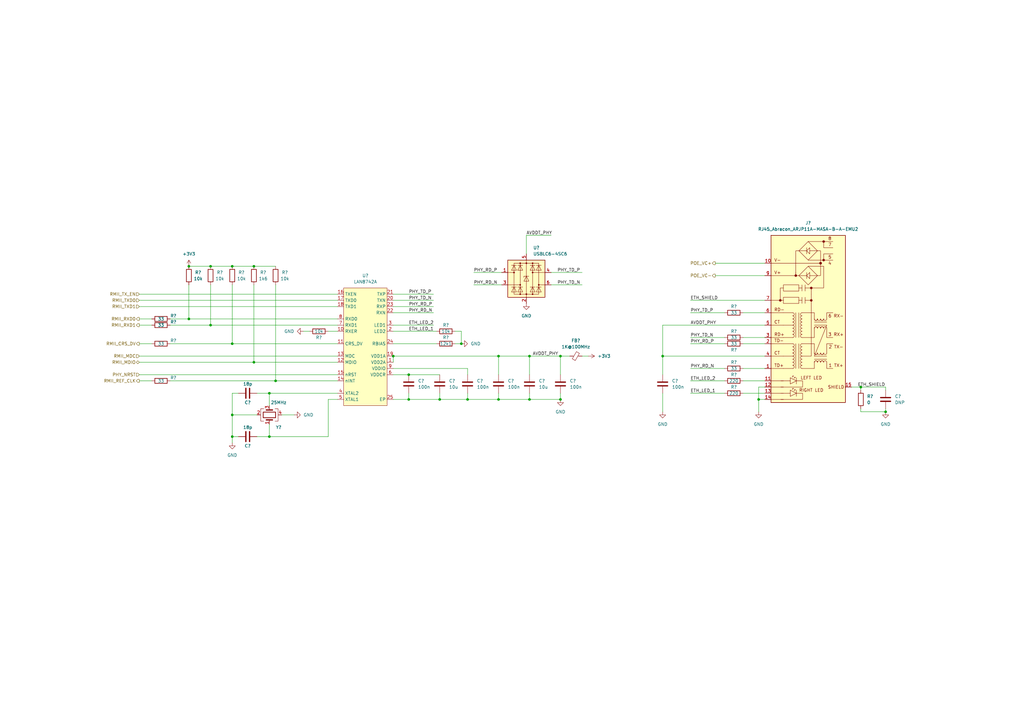
<source format=kicad_sch>
(kicad_sch (version 20211123) (generator eeschema)
  (paper "A3")
  (title_block (title "Kirdy") (date "2022-07-03") (rev "r0.1") (company "M-Labs") (comment 1 "Alex Wong Tat Hang"))
  (lib_symbols
    (symbol "Connector:RJ45_Abracon_ARJP11A-MASA-B-A-EMU2" (pin_names (offset 1.016) hide)
      (property "Reference" "J" (at 0 -38.1 0))
      (property "Value" "RJ45_Abracon_ARJP11A-MASA-B-A-EMU2" (at 0 -35.56 0))
      (symbol "RJ45_Abracon_ARJP11A-MASA-B-A-EMU2_0_0"
        (rectangle (start -15.24 -34.29) (end 15.24 34.29) (stroke (width 0.254)) (fill (type background)))
        (rectangle (start -3.81 8.89) (end -10.16 6.35))
        (polyline (pts (xy -15.24 -33.02) (xy -10.16 -33.02)))
        (polyline (pts (xy -15.24 -30.48) (xy -10.16 -30.48)))
        (polyline (pts (xy -15.24 -27.94) (xy -10.16 -27.94)))
        (polyline (pts (xy -15.24 -25.4) (xy -10.16 -25.4)))
        (polyline (pts (xy -15.24 -20.32) (xy -10.16 -20.32)))
        (polyline (pts (xy -15.24 -15.24) (xy -10.16 -15.24)))
        (polyline (pts (xy -15.24 -10.16) (xy -10.16 -10.16)))
        (polyline (pts (xy -15.24 -7.62) (xy -10.16 -7.62)))
        (polyline (pts (xy -15.24 -2.54) (xy -10.16 -2.54)))
        (polyline (pts (xy -15.24 2.54) (xy -10.16 2.54)))
        (polyline (pts (xy -15.24 22.86) (xy 5.08 22.86)))
        (polyline (pts (xy -11.43 7.62) (xy -15.24 7.62)))
        (polyline (pts (xy -11.176 -25.4) (xy -7.366 -25.4)))
        (polyline (pts (xy -10.16 7.62) (xy -11.43 7.62)))
        (polyline (pts (xy -5.08 17.78) (xy -15.24 17.78)))
        (polyline (pts (xy -5.08 17.78) (xy -3.81 17.78)))
        (polyline (pts (xy -5.08 19.05) (xy -5.08 17.78)))
        (polyline (pts (xy -3.81 7.62) (xy -2.54 7.62)))
        (polyline (pts (xy -3.81 12.7) (xy -2.54 12.7)))
        (polyline (pts (xy -2.54 8.89) (xy -2.54 6.35)))
        (polyline (pts (xy -1.27 8.89) (xy -1.27 6.35)))
        (polyline (pts (xy -1.27 13.97) (xy -1.27 11.43)))
        (polyline (pts (xy 0 21.59) (xy 6.35 21.59)))
        (polyline (pts (xy 0 24.13) (xy 10.16 24.13)))
        (polyline (pts (xy 0 31.75) (xy 10.16 31.75)))
        (polyline (pts (xy 1.27 10.16) (xy 1.27 12.7)))
        (polyline (pts (xy -10.16 12.7) (xy -11.43 12.7) (xy -11.43 7.62)))
        (polyline (pts (xy -3.81 27.94) (xy -5.08 27.94) (xy -5.08 17.78)))
        (polyline (pts (xy -1.27 12.7) (xy 0 12.7) (xy 1.27 12.7)))
        (polyline (pts (xy 1.27 12.7) (xy 6.35 12.7) (xy 6.35 21.59)))
        (polyline (pts (xy 6.35 24.13) (xy 6.35 26.67) (xy 10.16 26.67)))
        (polyline (pts (xy 6.35 31.75) (xy 6.35 29.21) (xy 10.16 29.21)))
        (polyline (pts (xy -4.826 -25.4) (xy -2.286 -25.4) (xy -2.286 -27.94) (xy -11.176 -27.94)))
        (polyline (pts (xy -2.54 -15.24) (xy -1.27 -15.24) (xy 1.27 -15.24) (xy 1.27 10.16)))
        (polyline (pts (xy 3.81 17.78) (xy 5.08 17.78) (xy 5.08 27.94) (xy 3.81 27.94)))
        (polyline (pts (xy -3.81 17.78) (xy 0 13.97) (xy 3.81 17.78) (xy 0 21.59) (xy -3.81 17.78)))
        (circle (center 1.27 7.62) (radius 0.0001) (stroke (width 0.508)))
        (text "1 TX+" (at 11.43 -19.05 0) (effects (font (size 1.27 1.27))))
        (text "2 TX-" (at 11.43 -11.43 0) (effects (font (size 1.27 1.27))))
        (text "3 RX+" (at 11.43 -6.35 0) (effects (font (size 1.27 1.27))))
        (text "4" (at 8.89 22.86 0) (effects (font (size 1.27 1.27))))
        (text "5" (at 8.89 25.4 0) (effects (font (size 1.27 1.27))))
        (text "6 RX-" (at 11.43 1.27 0) (effects (font (size 1.27 1.27))))
        (text "7" (at 8.89 30.48 0) (effects (font (size 1.27 1.27))))
        (text "8" (at 8.89 33.02 0) (effects (font (size 1.27 1.27))))
        (text "CT" (at -13.97 -1.27 0) (effects (font (size 1.27 1.27)) (justify left)))
        (text "LEFT LED" (at 1.27 -24.13 0) (effects (font (size 1.27 1.27))))
        (text "RD-" (at -13.97 3.81 0) (effects (font (size 1.27 1.27)) (justify left)))
        (text "SHIELD" (at 11.43 -27.94 0) (effects (font (size 1.27 1.27))))
        (text "V+" (at -13.97 19.05 0) (effects (font (size 1.27 1.27)) (justify left)))
        (text "V-" (at -13.97 24.13 0) (effects (font (size 1.27 1.27)) (justify left)))
      )
      (symbol "RJ45_Abracon_ARJP11A-MASA-B-A-EMU2_0_1"
        (arc (start -6.35 -16.51) (mid -5.715 -15.875) (end -6.35 -15.24))
        (arc (start -6.35 -15.24) (mid -5.715 -14.605) (end -6.35 -13.97))
        (arc (start -6.35 -13.97) (mid -6.35 -16.51) (end -6.35 -13.97))
        (arc (start -6.35 -11.43) (mid -5.715 -10.795) (end -6.35 -10.16))
        (polyline (pts (xy -6.35 -20.32) (xy -10.16 -20.32)))
        (polyline (pts (xy -6.35 -15.24) (xy -10.16 -15.24)))
        (polyline (pts (xy -6.35 -10.16) (xy -10.16 -10.16)))
        (polyline (pts (xy -6.35 -7.62) (xy -10.16 -7.62)))
        (polyline (pts (xy -6.35 -2.54) (xy -10.16 -2.54)))
        (polyline (pts (xy -6.35 2.54) (xy -10.16 2.54)))
        (polyline (pts (xy -6.096 -28.448) (xy -6.35 -28.448)))
        (polyline (pts (xy -5.334 -28.956) (xy -5.588 -28.956)))
        (polyline (pts (xy -4.826 -24.13) (xy -4.826 -26.67)))
        (polyline (pts (xy -1.27 7.62) (xy 1.27 7.62)))
        (polyline (pts (xy -0.635 17.78) (xy -3.81 17.78)))
        (polyline (pts (xy -0.635 19.05) (xy -0.635 16.51)))
        (polyline (pts (xy 0.635 17.78) (xy 3.81 17.78)))
        (polyline (pts (xy -6.604 -28.956) (xy -6.096 -28.448) (xy -6.096 -28.702)))
        (polyline (pts (xy -5.842 -29.464) (xy -5.334 -28.956) (xy -5.334 -29.21)))
        (polyline (pts (xy -7.366 -24.13) (xy -7.366 -26.67) (xy -4.826 -25.4) (xy -7.366 -24.13)))
        (polyline (pts (xy 0.635 19.05) (xy 0.635 16.51) (xy -0.635 17.78) (xy 0.635 19.05)))
      )
      (symbol "RJ45_Abracon_ARJP11A-MASA-B-A-EMU2_1_1"
        (circle (center -11.43 7.62) (radius 0.0001) (stroke (width 0.508)))
        (arc (start -6.35 -20.32) (mid -5.715 -19.685) (end -6.35 -19.05))
        (arc (start -6.35 -19.05) (mid -5.715 -18.415) (end -6.35 -17.78))
        (arc (start -6.35 -17.78) (mid -6.35 -20.32) (end -6.35 -17.78))
        (arc (start -6.35 -17.78) (mid -5.715 -17.145) (end -6.35 -16.51))
        (arc (start -6.35 -13.97) (mid -5.715 -13.335) (end -6.35 -12.7))
        (arc (start -6.35 -12.7) (mid -5.715 -12.065) (end -6.35 -11.43))
        (arc (start -6.35 -7.62) (mid -5.715 -6.985) (end -6.35 -6.35))
        (arc (start -6.35 -6.35) (mid -5.715 -5.715) (end -6.35 -5.08))
        (arc (start -6.35 -5.08) (mid -6.35 -7.62) (end -6.35 -5.08))
        (arc (start -6.35 -5.08) (mid -5.715 -4.445) (end -6.35 -3.81))
        (arc (start -6.35 -3.81) (mid -6.35 -6.35) (end -6.35 -3.81))
        (arc (start -6.35 -3.81) (mid -5.715 -3.175) (end -6.35 -2.54))
        (arc (start -6.35 -2.54) (mid -5.715 -1.905) (end -6.35 -1.27))
        (arc (start -6.35 -1.27) (mid -5.715 -0.635) (end -6.35 0))
        (arc (start -6.35 0) (mid -5.715 0.635) (end -6.35 1.27))
        (arc (start -6.35 1.27) (mid -6.35 -1.27) (end -6.35 1.27))
        (arc (start -6.35 1.27) (mid -5.715 1.905) (end -6.35 2.54))
        (circle (center -5.08 17.78) (radius 0.0001) (stroke (width 0.508)))
        (rectangle (start -3.81 13.97) (end -10.16 11.43))
        (arc (start -2.54 -19.05) (mid -3.175 -19.685) (end -2.54 -20.32))
        (arc (start -2.54 -19.05) (mid -2.54 -16.51) (end -2.54 -19.05))
        (arc (start -2.54 -17.78) (mid -3.175 -18.415) (end -2.54 -19.05))
        (arc (start -2.54 -16.51) (mid -3.175 -17.145) (end -2.54 -17.78))
        (arc (start -2.54 -15.24) (mid -3.175 -15.875) (end -2.54 -16.51))
        (arc (start -2.54 -15.24) (mid -2.54 -12.7) (end -2.54 -15.24))
        (arc (start -2.54 -13.97) (mid -3.175 -14.605) (end -2.54 -15.24))
        (arc (start -2.54 -12.7) (mid -3.175 -13.335) (end -2.54 -13.97))
        (arc (start -2.54 -11.43) (mid -3.175 -12.065) (end -2.54 -12.7))
        (arc (start -2.54 -10.16) (mid -3.175 -10.795) (end -2.54 -11.43))
        (arc (start -2.54 -6.35) (mid -3.175 -6.985) (end -2.54 -7.62))
        (arc (start -2.54 -6.35) (mid -2.54 -3.81) (end -2.54 -6.35))
        (arc (start -2.54 -5.08) (mid -3.175 -5.715) (end -2.54 -6.35))
        (arc (start -2.54 -3.81) (mid -3.175 -4.445) (end -2.54 -5.08))
        (arc (start -2.54 -3.81) (mid -2.54 -1.27) (end -2.54 -3.81))
        (arc (start -2.54 -2.54) (mid -3.175 -3.175) (end -2.54 -3.81))
        (arc (start -2.54 -1.27) (mid -3.175 -1.905) (end -2.54 -2.54))
        (arc (start -2.54 0) (mid -3.175 -0.635) (end -2.54 -1.27))
        (arc (start -2.54 0) (mid -2.54 2.54) (end -2.54 0))
        (arc (start -2.54 1.27) (mid -3.175 0.635) (end -2.54 0))
        (arc (start -2.54 2.54) (mid -3.175 1.905) (end -2.54 1.27))
        (polyline (pts (xy -11.176 -30.48) (xy -7.366 -30.48)))
        (polyline (pts (xy -6.096 -23.368) (xy -6.35 -23.368)))
        (polyline (pts (xy -5.334 -23.876) (xy -5.588 -23.876)))
        (polyline (pts (xy -5.08 -10.16) (xy -5.08 -20.32)))
        (polyline (pts (xy -5.08 2.54) (xy -5.08 -7.62)))
        (polyline (pts (xy -4.826 -29.21) (xy -4.826 -31.75)))
        (polyline (pts (xy -3.81 -20.32) (xy -3.81 -10.16)))
        (polyline (pts (xy -3.81 -7.62) (xy -3.81 2.54)))
        (polyline (pts (xy -2.54 13.97) (xy -2.54 11.43)))
        (polyline (pts (xy -0.635 27.94) (xy -3.81 27.94)))
        (polyline (pts (xy -0.635 29.21) (xy -0.635 26.67)))
        (polyline (pts (xy 0.635 27.94) (xy 3.81 27.94)))
        (polyline (pts (xy 2.54 -16.51) (xy 7.62 -16.51)))
        (polyline (pts (xy 2.54 -15.24) (xy 7.62 -2.54)))
        (polyline (pts (xy 2.54 -2.54) (xy 7.62 -2.54)))
        (polyline (pts (xy 7.62 -15.24) (xy 2.54 -15.24)))
        (polyline (pts (xy 7.62 -1.27) (xy 2.54 -1.27)))
        (polyline (pts (xy -6.604 -23.876) (xy -6.096 -23.368) (xy -6.096 -23.622)))
        (polyline (pts (xy -5.842 -24.384) (xy -5.334 -23.876) (xy -5.334 -24.13)))
        (polyline (pts (xy -2.54 -10.16) (xy 2.54 -10.16) (xy 2.54 -13.97)))
        (polyline (pts (xy -2.54 -7.62) (xy 2.54 -7.62) (xy 2.54 -3.81)))
        (polyline (pts (xy -2.54 2.54) (xy 2.54 2.54) (xy 2.54 0)))
        (polyline (pts (xy 2.54 -17.78) (xy 2.54 -20.32) (xy -2.54 -20.32)))
        (polyline (pts (xy 7.62 -17.78) (xy 7.62 -20.32) (xy 10.16 -20.32)))
        (polyline (pts (xy 7.62 -13.97) (xy 7.62 -10.16) (xy 10.16 -10.16)))
        (polyline (pts (xy 7.62 -3.81) (xy 7.62 -7.62) (xy 10.16 -7.62)))
        (polyline (pts (xy 7.62 0) (xy 7.62 2.54) (xy 10.16 2.54)))
        (polyline (pts (xy -7.366 -29.21) (xy -7.366 -31.75) (xy -4.826 -30.48) (xy -7.366 -29.21)))
        (polyline (pts (xy -4.826 -30.48) (xy -2.286 -30.48) (xy -2.286 -33.02) (xy -11.176 -33.02)))
        (polyline (pts (xy 0.635 29.21) (xy 0.635 26.67) (xy -0.635 27.94) (xy 0.635 29.21)))
        (polyline (pts (xy -3.81 27.94) (xy 0 24.13) (xy 3.81 27.94) (xy 0 31.75) (xy -3.81 27.94)))
        (circle (center 1.27 12.7) (radius 0.0001) (stroke (width 0.508)))
        (arc (start 2.54 -17.78) (mid 5.08 -17.78) (end 2.54 -17.78))
        (arc (start 2.54 -13.97) (mid 3.175 -14.605) (end 3.81 -13.97))
        (arc (start 2.54 -13.97) (mid 3.175 -14.605) (end 3.81 -13.97))
        (arc (start 2.54 -3.81) (mid 5.08 -3.81) (end 2.54 -3.81))
        (arc (start 2.54 0) (mid 3.175 -0.635) (end 3.81 0))
        (arc (start 2.54 0) (mid 3.175 -0.635) (end 3.81 0))
        (arc (start 3.81 -17.78) (mid 3.175 -17.145) (end 2.54 -17.78))
        (arc (start 3.81 -17.78) (mid 3.175 -17.145) (end 2.54 -17.78))
        (arc (start 3.81 -13.97) (mid 1.27 -13.97) (end 3.81 -13.97))
        (arc (start 3.81 -13.97) (mid 4.445 -14.605) (end 5.08 -13.97))
        (arc (start 3.81 -3.81) (mid 3.175 -3.175) (end 2.54 -3.81))
        (arc (start 3.81 -3.81) (mid 3.175 -3.175) (end 2.54 -3.81))
        (arc (start 3.81 0) (mid 1.27 0) (end 3.81 0))
        (arc (start 3.81 0) (mid 4.445 -0.635) (end 5.08 0))
        (arc (start 5.08 -17.78) (mid 4.445 -17.145) (end 3.81 -17.78))
        (arc (start 5.08 -17.78) (mid 7.62 -17.78) (end 5.08 -17.78))
        (arc (start 5.08 -13.97) (mid 5.715 -14.605) (end 6.35 -13.97))
        (arc (start 5.08 -13.97) (mid 5.715 -14.605) (end 6.35 -13.97))
        (arc (start 5.08 -3.81) (mid 4.445 -3.175) (end 3.81 -3.81))
        (arc (start 5.08 -3.81) (mid 7.62 -3.81) (end 5.08 -3.81))
        (arc (start 5.08 0) (mid 5.715 -0.635) (end 6.35 0))
        (arc (start 5.08 0) (mid 5.715 -0.635) (end 6.35 0))
        (circle (center 5.08 22.86) (radius 0.0001) (stroke (width 0.508)))
        (circle (center 5.08 22.86) (radius 0.0001) (stroke (width 0.508)))
        (arc (start 6.35 -17.78) (mid 5.715 -17.145) (end 5.08 -17.78))
        (arc (start 6.35 -17.78) (mid 5.715 -17.145) (end 5.08 -17.78))
        (arc (start 6.35 -13.97) (mid 3.81 -13.97) (end 6.35 -13.97))
        (arc (start 6.35 -13.97) (mid 6.985 -14.605) (end 7.62 -13.97))
        (arc (start 6.35 -3.81) (mid 5.715 -3.175) (end 5.08 -3.81))
        (arc (start 6.35 -3.81) (mid 5.715 -3.175) (end 5.08 -3.81))
        (arc (start 6.35 0) (mid 3.81 0) (end 6.35 0))
        (arc (start 6.35 0) (mid 6.985 -0.635) (end 7.62 0))
        (circle (center 6.35 24.13) (radius 0.0001) (stroke (width 0.508)))
        (circle (center 6.35 31.75) (radius 0.0001) (stroke (width 0.508)))
        (arc (start 7.62 -17.78) (mid 6.985 -17.145) (end 6.35 -17.78))
        (arc (start 7.62 -3.81) (mid 6.985 -3.175) (end 6.35 -3.81))
        (text "CT" (at -13.97 -13.97 0) (effects (font (size 1.27 1.27)) (justify left)))
        (text "RD+" (at -13.97 -6.35 0) (effects (font (size 1.27 1.27)) (justify left)))
        (text "RIGHT LED" (at 1.27 -29.21 0) (effects (font (size 1.27 1.27))))
        (text "TD+" (at -13.97 -19.05 0) (effects (font (size 1.27 1.27)) (justify left)))
        (text "TD-" (at -13.97 -8.89 0) (effects (font (size 1.27 1.27)) (justify left)))
        (pin passive line (at -17.78 -20.32 0) (length 2.54) (name "TD+") (number "1"))
        (pin power_out line (at -17.78 22.86 0) (length 2.54) (name "V-") (number "10"))
        (pin passive line (at -17.78 -25.4 0) (length 2.54) (name "LLED+") (number "11"))
        (pin passive line (at -17.78 -27.94 0) (length 2.54) (name "LLED-") (number "12"))
        (pin passive line (at -17.78 -30.48 0) (length 2.54) (name "RLED+") (number "13"))
        (pin passive line (at -17.78 -33.02 0) (length 2.54) (name "RLED-") (number "14"))
        (pin passive line (at 17.78 -27.94 180) (length 2.54) (name "SHIELD") (number "15"))
        (pin passive line (at -17.78 -10.16 0) (length 2.54) (name "TD-") (number "2"))
        (pin passive line (at -17.78 -7.62 0) (length 2.54) (name "RD+") (number "3"))
        (pin passive line (at -17.78 -15.24 0) (length 2.54) (name "CT") (number "4"))
        (pin passive line (at -17.78 -2.54 0) (length 2.54) (name "CT") (number "5"))
        (pin passive line (at -17.78 2.54 0) (length 2.54) (name "RD-") (number "6"))
        (pin passive line (at -17.78 7.62 0) (length 2.54) (name "7") (number "7"))
        (pin power_out line (at -17.78 17.78 0) (length 2.54) (name "V+") (number "9"))
      )
    )
    (symbol "Device:C" (pin_numbers hide) (pin_names (offset 0.254))
      (property "Reference" "C" (at 0.635 2.54 0))
      (property "Value" "C" (at 0.635 -2.54 0))
      (symbol "C_0_1"
        (polyline (pts (xy -2.032 -0.762) (xy 2.032 -0.762)) (stroke (width 0.508)))
        (polyline (pts (xy -2.032 0.762) (xy 2.032 0.762)) (stroke (width 0.508)))
      )
      (symbol "C_1_1"
        (pin passive line (at 0 3.81 270) (length 2.794) (name "~") (number "1"))
        (pin passive line (at 0 -3.81 90) (length 2.794) (name "~") (number "2"))
      )
    )
    (symbol "Device:Crystal_GND24" (pin_names (offset 1.016) hide)
      (property "Reference" "Y" (at 3.175 5.08 0))
      (property "Value" "Crystal_GND24" (at 3.175 3.175 0))
      (symbol "Crystal_GND24_0_1"
        (rectangle (start -1.143 2.54) (end 1.143 -2.54) (stroke (width 0.3048)))
        (polyline (pts (xy -2.54 0) (xy -2.032 0)))
        (polyline (pts (xy -2.032 -1.27) (xy -2.032 1.27)) (stroke (width 0.508)))
        (polyline (pts (xy 0 -3.81) (xy 0 -3.556)))
        (polyline (pts (xy 0 3.556) (xy 0 3.81)))
        (polyline (pts (xy 2.032 -1.27) (xy 2.032 1.27)) (stroke (width 0.508)))
        (polyline (pts (xy 2.032 0) (xy 2.54 0)))
        (polyline (pts (xy -2.54 -2.286) (xy -2.54 -3.556) (xy 2.54 -3.556) (xy 2.54 -2.286)))
        (polyline (pts (xy -2.54 2.286) (xy -2.54 3.556) (xy 2.54 3.556) (xy 2.54 2.286)))
      )
      (symbol "Crystal_GND24_1_1"
        (pin passive line (at -3.81 0 0) (length 1.27) (name "1") (number "1"))
        (pin passive line (at 0 5.08 270) (length 1.27) (name "2") (number "2"))
        (pin passive line (at 3.81 0 180) (length 1.27) (name "3") (number "3"))
        (pin passive line (at 0 -5.08 90) (length 1.27) (name "4") (number "4"))
      )
    )
    (symbol "Device:FerriteBead_Small" (pin_numbers hide) (pin_names (offset 0))
      (property "Reference" "FB" (at 1.905 1.27 0))
      (property "Value" "FerriteBead_Small" (at 1.905 -1.27 0))
      (symbol "FerriteBead_Small_0_1"
        (polyline (pts (xy 0 -1.27) (xy 0 -0.7874)))
        (polyline (pts (xy 0 0.889) (xy 0 1.2954)))
        (polyline (pts (xy -1.8288 0.2794) (xy -1.1176 1.4986) (xy 1.8288 -0.2032) (xy 1.1176 -1.4224) (xy -1.8288 0.2794)))
      )
      (symbol "FerriteBead_Small_1_1"
        (pin passive line (at 0 2.54 270) (length 1.27) (name "~") (number "1"))
        (pin passive line (at 0 -2.54 90) (length 1.27) (name "~") (number "2"))
      )
    )
    (symbol "Device:R" (pin_numbers hide) (pin_names (offset 0))
      (property "Reference" "R" (at 2.032 0 90))
      (property "Value" "R" (at 0 0 90))
      (symbol "R_0_1"
        (rectangle (start -1.016 -2.54) (end 1.016 2.54) (stroke (width 0.254)))
      )
      (symbol "R_1_1"
        (pin passive line (at 0 3.81 270) (length 1.27) (name "~") (number "1"))
        (pin passive line (at 0 -3.81 90) (length 1.27) (name "~") (number "2"))
      )
    )
    (symbol "Power_Protection:USBLC6-4SC6" (pin_names hide)
      (property "Reference" "U" (at 2.54 8.89 0))
      (property "Value" "USBLC6-4SC6" (at 2.54 -8.89 0))
      (symbol "USBLC6-4SC6_0_1"
        (rectangle (start -7.62 -7.62) (end 7.62 7.62) (stroke (width 0.254)) (fill (type background)))
        (circle (center -5.08 2.54) (radius 0.254) (fill (type outline)))
        (circle (center -2.54 -6.35) (radius 0.254) (fill (type outline)))
        (circle (center -2.54 -2.54) (radius 0.254) (fill (type outline)))
        (circle (center -2.54 6.35) (radius 0.254) (fill (type outline)))
        (rectangle (start -2.54 6.35) (end 2.54 -6.35))
        (circle (center 0 -6.35) (radius 0.254) (fill (type outline)))
        (polyline (pts (xy -5.08 2.54) (xy -7.62 2.54)))
        (polyline (pts (xy -4.064 -3.429) (xy -6.096 -3.429)))
        (polyline (pts (xy -4.064 5.461) (xy -6.096 5.461)))
        (polyline (pts (xy -2.54 -2.54) (xy -7.62 -2.54)))
        (polyline (pts (xy -1.524 -3.429) (xy -3.556 -3.429)))
        (polyline (pts (xy -1.524 5.461) (xy -3.556 5.461)))
        (polyline (pts (xy 0 -7.62) (xy 0 -6.35)))
        (polyline (pts (xy 0 -6.35) (xy 0 1.27)))
        (polyline (pts (xy 0 1.27) (xy 0 6.35)))
        (polyline (pts (xy 0 6.35) (xy 0 7.62)))
        (polyline (pts (xy 1.524 -3.429) (xy 3.556 -3.429)))
        (polyline (pts (xy 1.524 5.461) (xy 3.556 5.461)))
        (polyline (pts (xy 2.54 2.54) (xy 7.62 2.54)))
        (polyline (pts (xy 4.064 -3.429) (xy 6.096 -3.429)))
        (polyline (pts (xy 4.064 5.461) (xy 6.096 5.461)))
        (polyline (pts (xy 5.08 -2.54) (xy 7.62 -2.54)))
        (polyline (pts (xy -6.096 -5.461) (xy -4.064 -5.461) (xy -5.08 -3.429) (xy -6.096 -5.461)))
        (polyline (pts (xy -6.096 3.429) (xy -4.064 3.429) (xy -5.08 5.461) (xy -6.096 3.429)))
        (polyline (pts (xy -3.556 -5.461) (xy -1.524 -5.461) (xy -2.54 -3.429) (xy -3.556 -5.461)))
        (polyline (pts (xy -3.556 3.429) (xy -1.524 3.429) (xy -2.54 5.461) (xy -3.556 3.429)))
        (polyline (pts (xy -2.54 6.35) (xy -5.08 6.35) (xy -5.08 -6.35) (xy -2.54 -6.35)))
        (polyline (pts (xy -1.016 -1.016) (xy 1.016 -1.016) (xy 0 1.016) (xy -1.016 -1.016)))
        (polyline (pts (xy 1.016 1.016) (xy 0.762 1.016) (xy -1.016 1.016) (xy -1.016 0.508)))
        (polyline (pts (xy 2.54 6.35) (xy 5.08 6.35) (xy 5.08 -6.35) (xy 2.54 -6.35)))
        (polyline (pts (xy 3.556 -5.461) (xy 1.524 -5.461) (xy 2.54 -3.429) (xy 3.556 -5.461)))
        (polyline (pts (xy 3.556 3.429) (xy 1.524 3.429) (xy 2.54 5.461) (xy 3.556 3.429)))
        (polyline (pts (xy 6.096 -5.461) (xy 4.064 -5.461) (xy 5.08 -3.429) (xy 6.096 -5.461)))
        (polyline (pts (xy 6.096 3.429) (xy 4.064 3.429) (xy 5.08 5.461) (xy 6.096 3.429)))
        (circle (center 0 6.35) (radius 0.254) (fill (type outline)))
        (circle (center 2.54 -6.35) (radius 0.254) (fill (type outline)))
        (circle (center 2.54 2.54) (radius 0.254) (fill (type outline)))
        (circle (center 2.54 6.35) (radius 0.254) (fill (type outline)))
        (circle (center 5.08 -2.54) (radius 0.254) (fill (type outline)))
      )
      (symbol "USBLC6-4SC6_1_1"
        (pin passive line (at -10.16 2.54 0) (length 2.54) (name "I/O1") (number "1"))
        (pin passive line (at 0 -10.16 90) (length 2.54) (name "GND") (number "2"))
        (pin passive line (at -10.16 -2.54 0) (length 2.54) (name "I/O2") (number "3"))
        (pin passive line (at 10.16 2.54 180) (length 2.54) (name "I/O3") (number "4"))
        (pin passive line (at 0 10.16 270) (length 2.54) (name "VBUS") (number "5"))
        (pin passive line (at 10.16 -2.54 180) (length 2.54) (name "I/O4") (number "6"))
      )
    )
    (symbol "kirdy:LAN8742A"
      (property "Reference" "U" (at 0 -30.48 0))
      (property "Value" "LAN8742A" (at 0 -27.94 0))
      (symbol "LAN8742A_0_0"
        (pin power_in line (at 10.16 -7.62 180) (length 2.54) (name "VDD2A") (number "1"))
        (pin bidirectional line (at -12.7 5.08 0) (length 2.54) (name "RXER") (number "10"))
        (pin output line (at -12.7 0 0) (length 2.54) (name "CRS_DV") (number "11"))
        (pin bidirectional line (at -12.7 -7.62 0) (length 2.54) (name "MDIO") (number "12"))
        (pin input line (at -12.7 -5.08 0) (length 2.54) (name "MDC") (number "13"))
        (pin output line (at -12.7 -15.24 0) (length 2.54) (name "nINT") (number "14"))
        (pin input line (at -12.7 -12.7 0) (length 2.54) (name "nRST") (number "15"))
        (pin input line (at -12.7 20.32 0) (length 2.54) (name "TXEN") (number "16"))
        (pin input line (at -12.7 17.78 0) (length 2.54) (name "TXD0") (number "17"))
        (pin input line (at -12.7 15.24 0) (length 2.54) (name "TXD1") (number "18"))
        (pin power_in line (at 10.16 -5.08 180) (length 2.54) (name "VDD1A") (number "19"))
        (pin output line (at 10.16 5.08 180) (length 2.54) (name "LED2") (number "2"))
        (pin bidirectional line (at 10.16 17.78 180) (length 2.54) (name "TXN") (number "20"))
        (pin bidirectional line (at 10.16 20.32 180) (length 2.54) (name "TXP") (number "21"))
        (pin bidirectional line (at 10.16 12.7 180) (length 2.54) (name "RXN") (number "22"))
        (pin bidirectional line (at 10.16 15.24 180) (length 2.54) (name "RXP") (number "23"))
        (pin passive line (at 10.16 0 180) (length 2.54) (name "RBIAS") (number "24"))
        (pin power_in line (at 10.16 -22.86 180) (length 2.54) (name "EP") (number "25"))
        (pin output line (at 10.16 7.62 180) (length 2.54) (name "LED1") (number "3"))
        (pin input line (at -12.7 -20.32 0) (length 2.54) (name "XTAL2") (number "4"))
        (pin input line (at -12.7 -22.86 0) (length 2.54) (name "XTAL1") (number "5"))
        (pin power_in line (at 10.16 -12.7 180) (length 2.54) (name "VDDCR") (number "6"))
        (pin output line (at -12.7 7.62 0) (length 2.54) (name "RXD1") (number "7"))
        (pin output line (at -12.7 10.16 0) (length 2.54) (name "RXD0") (number "8"))
        (pin power_in line (at 10.16 -10.16 180) (length 2.54) (name "VDDIO") (number "9"))
      )
      (symbol "LAN8742A_0_1"
        (rectangle (start -10.16 22.86) (end 7.62 -25.4) (fill (type background)))
      )
    )
    (symbol "power:+3V3" (power) (pin_names (offset 0))
      (property "Value" "+3V3" (at 0 3.556 0))
      (symbol "+3V3_0_1"
        (polyline (pts (xy -0.762 1.27) (xy 0 2.54)))
        (polyline (pts (xy 0 0) (xy 0 2.54)))
        (polyline (pts (xy 0 2.54) (xy 0.762 1.27)))
      )
      (symbol "+3V3_1_1"
        (pin power_in line (at 0 0 90) (length 0) hide (name "+3V3") (number "1"))
      )
    )
    (symbol "power:GND" (power) (pin_names (offset 0))
      (property "Value" "GND" (at 0 -3.81 0))
      (symbol "GND_0_1"
        (polyline (pts (xy 0 0) (xy 0 -1.27) (xy 1.27 -1.27) (xy 0 -2.54) (xy -1.27 -1.27) (xy 0 -1.27)))
      )
      (symbol "GND_1_1"
        (pin power_in line (at 0 0 270) (length 0) hide (name "GND") (number "1"))
      )
    )
  )
  (junction (at 191.77 163.83))
  (junction (at 95.25 179.07))
  (junction (at 363.22 168.91))
  (junction (at 77.47 130.81))
  (junction (at 311.15 163.83))
  (junction (at 104.14 109.22))
  (junction (at 204.47 146.05))
  (junction (at 104.14 148.59))
  (junction (at 180.34 163.83))
  (junction (at 217.17 146.05))
  (junction (at 95.25 109.22))
  (junction (at 77.47 109.22))
  (junction (at 86.36 133.35))
  (junction (at 113.03 156.21))
  (junction (at 271.78 146.05))
  (junction (at 353.06 158.75))
  (junction (at 189.23 140.97))
  (junction (at 204.47 163.83))
  (junction (at 167.64 163.83))
  (junction (at 95.25 170.18))
  (junction (at 229.87 163.83))
  (junction (at 110.49 179.07))
  (junction (at 167.64 153.67))
  (junction (at 95.25 140.97))
  (junction (at 229.87 146.05))
  (junction (at 217.17 163.83))
  (junction (at 86.36 109.22))
  (junction (at 110.49 161.29))
  (junction (at 161.29 146.05))
  (wire (pts (xy 238.76 146.05) (xy 241.3 146.05)))
  (wire (pts (xy 95.25 109.22) (xy 104.14 109.22)))
  (wire (pts (xy 57.15 148.59) (xy 104.14 148.59)))
  (wire (pts (xy 180.34 161.29) (xy 180.34 163.83)))
  (wire (pts (xy 283.21 138.43) (xy 297.18 138.43)))
  (wire (pts (xy 304.8 138.43) (xy 313.69 138.43)))
  (wire (pts (xy 353.06 158.75) (xy 353.06 160.02)))
  (wire (pts (xy 204.47 161.29) (xy 204.47 163.83)))
  (wire (pts (xy 161.29 140.97) (xy 179.07 140.97)))
  (wire (pts (xy 189.23 135.89) (xy 189.23 140.97)))
  (wire (pts (xy 161.29 128.27) (xy 177.8 128.27)))
  (wire (pts (xy 57.15 130.81) (xy 62.23 130.81)))
  (wire (pts (xy 204.47 163.83) (xy 217.17 163.83)))
  (wire (pts (xy 349.25 158.75) (xy 353.06 158.75)))
  (wire (pts (xy 77.47 116.84) (xy 77.47 130.81)))
  (wire (pts (xy 57.15 133.35) (xy 62.23 133.35)))
  (wire (pts (xy 194.31 116.84) (xy 205.74 116.84)))
  (wire (pts (xy 271.78 146.05) (xy 313.69 146.05)))
  (wire (pts (xy 95.25 116.84) (xy 95.25 140.97)))
  (wire (pts (xy 311.15 158.75) (xy 311.15 163.83)))
  (wire (pts (xy 283.21 161.29) (xy 297.18 161.29)))
  (wire (pts (xy 95.25 170.18) (xy 105.41 170.18)))
  (wire (pts (xy 134.62 163.83) (xy 138.43 163.83)))
  (wire (pts (xy 271.78 168.91) (xy 271.78 161.29)))
  (wire (pts (xy 105.41 179.07) (xy 110.49 179.07)))
  (wire (pts (xy 95.25 170.18) (xy 95.25 161.29)))
  (wire (pts (xy 353.06 168.91) (xy 363.22 168.91)))
  (wire (pts (xy 194.31 111.76) (xy 205.74 111.76)))
  (wire (pts (xy 167.64 153.67) (xy 180.34 153.67)))
  (wire (pts (xy 110.49 161.29) (xy 138.43 161.29)))
  (wire (pts (xy 304.8 156.21) (xy 313.69 156.21)))
  (wire (pts (xy 113.03 156.21) (xy 138.43 156.21)))
  (wire (pts (xy 161.29 146.05) (xy 161.29 148.59)))
  (wire (pts (xy 115.57 170.18) (xy 120.65 170.18)))
  (wire (pts (xy 229.87 146.05) (xy 229.87 153.67)))
  (wire (pts (xy 293.37 113.03) (xy 313.69 113.03)))
  (wire (pts (xy 167.64 163.83) (xy 180.34 163.83)))
  (wire (pts (xy 191.77 163.83) (xy 204.47 163.83)))
  (wire (pts (xy 86.36 133.35) (xy 138.43 133.35)))
  (wire (pts (xy 217.17 161.29) (xy 217.17 163.83)))
  (wire (pts (xy 57.15 156.21) (xy 62.23 156.21)))
  (wire (pts (xy 69.85 140.97) (xy 95.25 140.97)))
  (wire (pts (xy 186.69 140.97) (xy 189.23 140.97)))
  (wire (pts (xy 95.25 181.61) (xy 95.25 179.07)))
  (wire (pts (xy 229.87 163.83) (xy 229.87 161.29)))
  (wire (pts (xy 283.21 156.21) (xy 297.18 156.21)))
  (wire (pts (xy 161.29 120.65) (xy 177.8 120.65)))
  (wire (pts (xy 229.87 146.05) (xy 233.68 146.05)))
  (wire (pts (xy 57.15 146.05) (xy 138.43 146.05)))
  (wire (pts (xy 191.77 161.29) (xy 191.77 163.83)))
  (wire (pts (xy 217.17 146.05) (xy 229.87 146.05)))
  (wire (pts (xy 161.29 146.05) (xy 204.47 146.05)))
  (wire (pts (xy 271.78 146.05) (xy 271.78 153.67)))
  (wire (pts (xy 113.03 116.84) (xy 113.03 156.21)))
  (wire (pts (xy 57.15 140.97) (xy 62.23 140.97)))
  (wire (pts (xy 161.29 153.67) (xy 167.64 153.67)))
  (wire (pts (xy 57.15 153.67) (xy 138.43 153.67)))
  (wire (pts (xy 215.9 96.52) (xy 226.06 96.52)))
  (wire (pts (xy 313.69 133.35) (xy 271.78 133.35)))
  (wire (pts (xy 57.15 120.65) (xy 138.43 120.65)))
  (wire (pts (xy 161.29 163.83) (xy 167.64 163.83)))
  (wire (pts (xy 134.62 135.89) (xy 138.43 135.89)))
  (wire (pts (xy 161.29 135.89) (xy 179.07 135.89)))
  (wire (pts (xy 95.25 179.07) (xy 97.79 179.07)))
  (wire (pts (xy 186.69 135.89) (xy 189.23 135.89)))
  (wire (pts (xy 226.06 111.76) (xy 238.76 111.76)))
  (wire (pts (xy 304.8 128.27) (xy 313.69 128.27)))
  (wire (pts (xy 86.36 109.22) (xy 95.25 109.22)))
  (wire (pts (xy 226.06 116.84) (xy 238.76 116.84)))
  (wire (pts (xy 95.25 161.29) (xy 97.79 161.29)))
  (wire (pts (xy 283.21 123.19) (xy 313.69 123.19)))
  (wire (pts (xy 311.15 168.91) (xy 311.15 163.83)))
  (wire (pts (xy 77.47 130.81) (xy 138.43 130.81)))
  (wire (pts (xy 110.49 179.07) (xy 134.62 179.07)))
  (wire (pts (xy 86.36 116.84) (xy 86.36 133.35)))
  (wire (pts (xy 283.21 128.27) (xy 297.18 128.27)))
  (wire (pts (xy 95.25 179.07) (xy 95.25 170.18)))
  (wire (pts (xy 304.8 161.29) (xy 313.69 161.29)))
  (wire (pts (xy 363.22 158.75) (xy 363.22 160.02)))
  (wire (pts (xy 161.29 151.13) (xy 191.77 151.13)))
  (wire (pts (xy 363.22 167.64) (xy 363.22 168.91)))
  (wire (pts (xy 104.14 148.59) (xy 138.43 148.59)))
  (wire (pts (xy 110.49 166.37) (xy 110.49 161.29)))
  (wire (pts (xy 95.25 140.97) (xy 138.43 140.97)))
  (wire (pts (xy 204.47 146.05) (xy 204.47 153.67)))
  (wire (pts (xy 57.15 125.73) (xy 138.43 125.73)))
  (wire (pts (xy 217.17 146.05) (xy 217.17 153.67)))
  (wire (pts (xy 104.14 109.22) (xy 113.03 109.22)))
  (wire (pts (xy 110.49 173.99) (xy 110.49 179.07)))
  (wire (pts (xy 304.8 140.97) (xy 313.69 140.97)))
  (wire (pts (xy 134.62 179.07) (xy 134.62 163.83)))
  (wire (pts (xy 161.29 133.35) (xy 177.8 133.35)))
  (wire (pts (xy 69.85 130.81) (xy 77.47 130.81)))
  (wire (pts (xy 283.21 140.97) (xy 297.18 140.97)))
  (wire (pts (xy 69.85 133.35) (xy 86.36 133.35)))
  (wire (pts (xy 180.34 163.83) (xy 191.77 163.83)))
  (wire (pts (xy 161.29 123.19) (xy 177.8 123.19)))
  (wire (pts (xy 204.47 146.05) (xy 217.17 146.05)))
  (wire (pts (xy 311.15 163.83) (xy 313.69 163.83)))
  (wire (pts (xy 161.29 125.73) (xy 177.8 125.73)))
  (wire (pts (xy 304.8 151.13) (xy 313.69 151.13)))
  (wire (pts (xy 69.85 156.21) (xy 113.03 156.21)))
  (wire (pts (xy 105.41 161.29) (xy 110.49 161.29)))
  (wire (pts (xy 293.37 107.95) (xy 313.69 107.95)))
  (wire (pts (xy 215.9 96.52) (xy 215.9 104.14)))
  (wire (pts (xy 271.78 133.35) (xy 271.78 146.05)))
  (wire (pts (xy 217.17 163.83) (xy 229.87 163.83)))
  (wire (pts (xy 313.69 158.75) (xy 311.15 158.75)))
  (wire (pts (xy 353.06 158.75) (xy 363.22 158.75)))
  (wire (pts (xy 353.06 167.64) (xy 353.06 168.91)))
  (wire (pts (xy 77.47 109.22) (xy 86.36 109.22)))
  (wire (pts (xy 283.21 151.13) (xy 297.18 151.13)))
  (wire (pts (xy 104.14 116.84) (xy 104.14 148.59)))
  (wire (pts (xy 191.77 151.13) (xy 191.77 153.67)))
  (wire (pts (xy 167.64 161.29) (xy 167.64 163.83)))
  (wire (pts (xy 124.46 135.89) (xy 127 135.89)))
  (wire (pts (xy 57.15 123.19) (xy 138.43 123.19)))
  (label "PHY_TD_P" (at 167.64 120.65 0))
  (label "PHY_TD_P" (at 283.21 128.27 0))
  (label "PHY_RD_N" (at 283.21 151.13 0))
  (label "AVDDT_PHY" (at 215.9 96.52 0))
  (label "PHY_RD_P" (at 283.21 140.97 0))
  (label "ETH_SHIELD" (at 283.21 123.19 0))
  (label "ETH_LED_1" (at 283.21 161.29 0))
  (label "PHY_TD_N" (at 167.64 123.19 0))
  (label "PHY_RD_P" (at 167.64 125.73 0))
  (label "PHY_TD_N" (at 228.6 116.84 0))
  (label "PHY_TD_N" (at 283.21 138.43 0))
  (label "PHY_RD_N" (at 167.64 128.27 0))
  (label "ETH_LED_2" (at 167.64 133.35 0))
  (label "PHY_RD_P" (at 194.31 111.76 0))
  (label "AVDDT_PHY" (at 283.21 133.35 0))
  (label "AVDDT_PHY" (at 218.44 146.05 0))
  (label "ETH_LED_2" (at 283.21 156.21 0))
  (label "PHY_RD_N" (at 194.31 116.84 0))
  (label "ETH_LED_1" (at 167.64 135.89 0))
  (label "PHY_TD_P" (at 228.6 111.76 0))
  (label "ETH_SHIELD" (at 351.79 158.75 0))
  (hierarchical_label "RMII_MDC" (shape input) (at 57.15 146.05 180))
  (hierarchical_label "RMII_TXD1" (shape input) (at 57.15 125.73 180))
  (hierarchical_label "RMII_RXD1" (shape output) (at 57.15 133.35 180))
  (hierarchical_label "RMII_RXD0" (shape output) (at 57.15 130.81 180))
  (hierarchical_label "RMII_CRS_DV" (shape output) (at 57.15 140.97 180))
  (hierarchical_label "RMII_MDIO" (shape bidirectional) (at 57.15 148.59 180))
  (hierarchical_label "RMII_REF_CLK" (shape output) (at 57.15 156.21 180))
  (hierarchical_label "POE_VC-" (shape output) (at 293.37 113.03 180))
  (hierarchical_label "RMII_TX_EN" (shape input) (at 57.15 120.65 180))
  (hierarchical_label "PHY_NRST" (shape input) (at 57.15 153.67 180))
  (hierarchical_label "POE_VC+" (shape output) (at 293.37 107.95 180))
  (hierarchical_label "RMII_TXD0" (shape input) (at 57.15 123.19 180))
  (symbol (lib_id "Device:C") (at 167.64 157.48 0) (unit 1)
    (property "Reference" "C?" (at 171.45 156.2099 0) (effects (justify left)))
    (property "Value" "100n" (at 171.45 158.7499 0) (effects (justify left)))
  )
  (symbol (lib_id "Device:C") (at 180.34 157.48 0) (unit 1)
    (property "Reference" "C?" (at 184.15 156.2099 0) (effects (justify left)))
    (property "Value" "10u" (at 184.15 158.7499 0) (effects (justify left)))
  )
  (symbol (lib_id "Device:C") (at 204.47 157.48 0) (unit 1)
    (property "Reference" "C?" (at 208.28 156.2099 0) (effects (justify left)))
    (property "Value" "100n" (at 208.28 158.7499 0) (effects (justify left)))
  )
  (symbol (lib_id "power:GND") (at 95.25 181.61 0) (unit 1)
    (property "Reference" "#PWR?" (effects hide))
    (property "Value" "GND" (at 95.25 186.69 0))
  )
  (symbol (lib_id "Device:R") (at 113.03 113.03 180) (unit 1)
    (property "Reference" "R?" (at 116.84 111.76 0))
    (property "Value" "10k" (at 116.84 114.3 0))
  )
  (symbol (lib_id "Device:R") (at 182.88 140.97 90) (unit 1)
    (property "Reference" "R?" (at 182.88 138.43 90))
    (property "Value" "12k1" (at 182.88 140.97 90))
  )
  (symbol (lib_id "Device:R") (at 300.99 161.29 90) (unit 1)
    (property "Reference" "R?" (at 300.99 158.75 90))
    (property "Value" "220" (at 300.99 161.29 90))
  )
  (symbol (lib_id "Device:R") (at 77.47 113.03 180) (unit 1)
    (property "Reference" "R?" (at 81.28 111.76 0))
    (property "Value" "10k" (at 81.28 114.3 0))
  )
  (symbol (lib_id "Device:R") (at 130.81 135.89 90) (unit 1)
    (property "Reference" "R?" (at 130.81 138.43 90))
    (property "Value" "10k" (at 130.81 135.89 90))
  )
  (symbol (lib_id "Device:R") (at 66.04 156.21 90) (unit 1)
    (property "Reference" "R?" (at 71.12 154.94 90))
    (property "Value" "33" (at 66.04 156.21 90))
  )
  (symbol (lib_id "power:GND") (at 271.78 168.91 0) (unit 1)
    (property "Reference" "#PWR?" (effects hide))
    (property "Value" "GND" (at 271.78 173.99 0))
  )
  (symbol (lib_id "power:+3V3") (at 77.47 109.22 0) (unit 1)
    (property "Reference" "#PWR?" (effects hide))
    (property "Value" "+3V3" (at 77.47 104.14 0))
  )
  (symbol (lib_id "power:GND") (at 311.15 168.91 0) (unit 1)
    (property "Reference" "#PWR?" (effects hide))
    (property "Value" "GND" (at 311.15 173.99 0))
  )
  (symbol (lib_id "Device:C") (at 363.22 163.83 0) (unit 1)
    (property "Reference" "C?" (at 367.03 162.5599 0) (effects (justify left)))
    (property "Value" "DNP" (at 367.03 165.0999 0) (effects (justify left)))
  )
  (symbol (lib_id "power:GND") (at 124.46 135.89 270) (unit 1)
    (property "Reference" "#PWR?" (effects hide))
    (property "Value" "GND" (at 120.65 135.8899 90) (effects (justify right)))
  )
  (symbol (lib_id "Device:R") (at 300.99 156.21 90) (unit 1)
    (property "Reference" "R?" (at 300.99 153.67 90))
    (property "Value" "220" (at 300.99 156.21 90))
  )
  (symbol (lib_id "Device:R") (at 300.99 128.27 90) (unit 1)
    (property "Reference" "R?" (at 300.99 125.73 90))
    (property "Value" "33" (at 300.99 128.27 90))
  )
  (symbol (lib_id "Device:R") (at 300.99 140.97 90) (unit 1)
    (property "Reference" "R?" (at 300.99 143.51 90))
    (property "Value" "33" (at 300.99 140.97 90))
  )
  (symbol (lib_id "power:+3V3") (at 241.3 146.05 270) (unit 1)
    (property "Reference" "#PWR?" (effects hide))
    (property "Value" "+3V3" (at 245.11 146.0499 90) (effects (justify left)))
  )
  (symbol (lib_id "Device:R") (at 300.99 138.43 90) (unit 1)
    (property "Reference" "R?" (at 300.99 135.89 90))
    (property "Value" "33" (at 300.99 138.43 90))
  )
  (symbol (lib_id "kirdy:LAN8742A") (at 151.13 140.97 0) (unit 1)
    (property "Reference" "U?" (at 149.86 113.03 0))
    (property "Value" "LAN8742A" (at 149.86 115.57 0))
    (property "Footprint" "Package_DFN_QFN:QFN-24-1EP_4x4mm_P0.5mm_EP2.6x2.6mm" (effects hide))
    (property "Datasheet" "https://ww1.microchip.com/downloads/en/DeviceDoc/8742a.pdf" (effects hide))
  )
  (symbol (lib_id "Device:R") (at 353.06 163.83 0) (unit 1)
    (property "Reference" "R?" (at 355.6 162.5599 0) (effects (justify left)))
    (property "Value" "0" (at 355.6 165.0999 0) (effects (justify left)))
  )
  (symbol (lib_id "Device:R") (at 66.04 133.35 90) (unit 1)
    (property "Reference" "R?" (at 71.12 132.08 90))
    (property "Value" "33" (at 66.04 133.35 90))
  )
  (symbol (lib_id "Device:R") (at 66.04 130.81 90) (unit 1)
    (property "Reference" "R?" (at 71.12 129.54 90))
    (property "Value" "33" (at 66.04 130.81 90))
  )
  (symbol (lib_id "power:GND") (at 189.23 140.97 90) (unit 1)
    (property "Reference" "#PWR?" (effects hide))
    (property "Value" "GND" (at 193.04 140.9699 90) (effects (justify right)))
  )
  (symbol (lib_id "Device:Crystal_GND24") (at 110.49 170.18 90) (unit 1)
    (property "Reference" "Y?" (at 114.3 175.26 90))
    (property "Value" "25MHz" (at 114.3 165.1 90))
  )
  (symbol (lib_id "Power_Protection:USBLC6-4SC6") (at 215.9 114.3 0) (unit 1)
    (property "Reference" "U?" (at 218.6687 101.6 0) (effects (justify left)))
    (property "Value" "USBLC6-4SC6" (at 218.6687 104.14 0) (effects (justify left)))
    (property "Footprint" "Package_TO_SOT_SMD:SOT-23-6" (effects hide))
    (property "Datasheet" "https://www.st.com/resource/en/datasheet/usblc6-4.pdf" (effects hide))
  )
  (symbol (lib_id "power:GND") (at 229.87 163.83 0) (unit 1)
    (property "Reference" "#PWR?" (effects hide))
    (property "Value" "GND" (at 229.87 168.91 0))
  )
  (symbol (lib_id "Connector:RJ45_Abracon_ARJP11A-MASA-B-A-EMU2") (at 331.47 130.81 0) (unit 1)
    (property "Reference" "J?" (at 331.47 91.44 0))
    (property "Value" "RJ45_Abracon_ARJP11A-MASA-B-A-EMU2" (at 331.47 93.98 0))
    (property "Footprint" "Connector_RJ:RJ45_Abracon_ARJP11A-MA_Horizontal" (effects hide))
    (property "Datasheet" "https://abracon.com/Magnetics/lan/ARJP11A.PDF" (effects hide))
  )
  (symbol (lib_id "power:GND") (at 120.65 170.18 90) (unit 1)
    (property "Reference" "#PWR?" (effects hide))
    (property "Value" "GND" (at 124.46 170.1799 90) (effects (justify right)))
  )
  (symbol (lib_id "Device:R") (at 104.14 113.03 180) (unit 1)
    (property "Reference" "R?" (at 107.95 111.76 0))
    (property "Value" "1k6" (at 107.95 114.3 0))
  )
  (symbol (lib_id "Device:C") (at 217.17 157.48 0) (unit 1)
    (property "Reference" "C?" (at 220.98 156.2099 0) (effects (justify left)))
    (property "Value" "10u" (at 220.98 158.7499 0) (effects (justify left)))
  )
  (symbol (lib_id "Device:C") (at 271.78 157.48 0) (unit 1)
    (property "Reference" "C?" (at 275.59 156.2099 0) (effects (justify left)))
    (property "Value" "100n" (at 275.59 158.7499 0) (effects (justify left)))
  )
  (symbol (lib_id "Device:R") (at 86.36 113.03 180) (unit 1)
    (property "Reference" "R?" (at 90.17 111.76 0))
    (property "Value" "10k" (at 90.17 114.3 0))
  )
  (symbol (lib_id "Device:R") (at 95.25 113.03 180) (unit 1)
    (property "Reference" "R?" (at 99.06 111.76 0))
    (property "Value" "10k" (at 99.06 114.3 0))
  )
  (symbol (lib_id "Device:R") (at 182.88 135.89 90) (unit 1)
    (property "Reference" "R?" (at 182.88 133.35 90))
    (property "Value" "10k" (at 182.88 135.89 90))
  )
  (symbol (lib_id "Device:C") (at 101.6 179.07 90) (unit 1)
    (property "Reference" "C?" (at 101.6 182.88 90))
    (property "Value" "18p" (at 101.6 175.26 90))
  )
  (symbol (lib_id "power:GND") (at 363.22 168.91 0) (unit 1)
    (property "Reference" "#PWR?" (effects hide))
    (property "Value" "GND" (at 363.22 173.99 0))
  )
  (symbol (lib_id "power:GND") (at 215.9 124.46 0) (unit 1)
    (property "Reference" "#PWR?" (effects hide))
    (property "Value" "GND" (at 215.9 129.54 0))
  )
  (symbol (lib_id "Device:C") (at 101.6 161.29 90) (unit 1)
    (property "Reference" "C?" (at 101.6 165.1 90))
    (property "Value" "18p" (at 101.6 157.48 90))
  )
  (symbol (lib_id "Device:C") (at 191.77 157.48 0) (unit 1)
    (property "Reference" "C?" (at 195.58 156.2099 0) (effects (justify left)))
    (property "Value" "100n" (at 195.58 158.7499 0) (effects (justify left)))
  )
  (symbol (lib_id "Device:FerriteBead_Small") (at 236.22 146.05 90) (unit 1)
    (property "Reference" "FB?" (at 236.1819 139.7 90))
    (property "Value" "1K@100MHz" (at 236.1819 142.24 90))
  )
  (symbol (lib_id "Device:R") (at 66.04 140.97 90) (unit 1)
    (property "Reference" "R?" (at 71.12 139.7 90))
    (property "Value" "33" (at 66.04 140.97 90))
  )
  (symbol (lib_id "Device:R") (at 300.99 151.13 90) (unit 1)
    (property "Reference" "R?" (at 300.99 148.59 90))
    (property "Value" "33" (at 300.99 151.13 90))
  )
  (symbol (lib_id "Device:C") (at 229.87 157.48 0) (unit 1)
    (property "Reference" "C?" (at 233.68 156.2099 0) (effects (justify left)))
    (property "Value" "100n" (at 233.68 158.7499 0) (effects (justify left)))
  )
)
</source>
